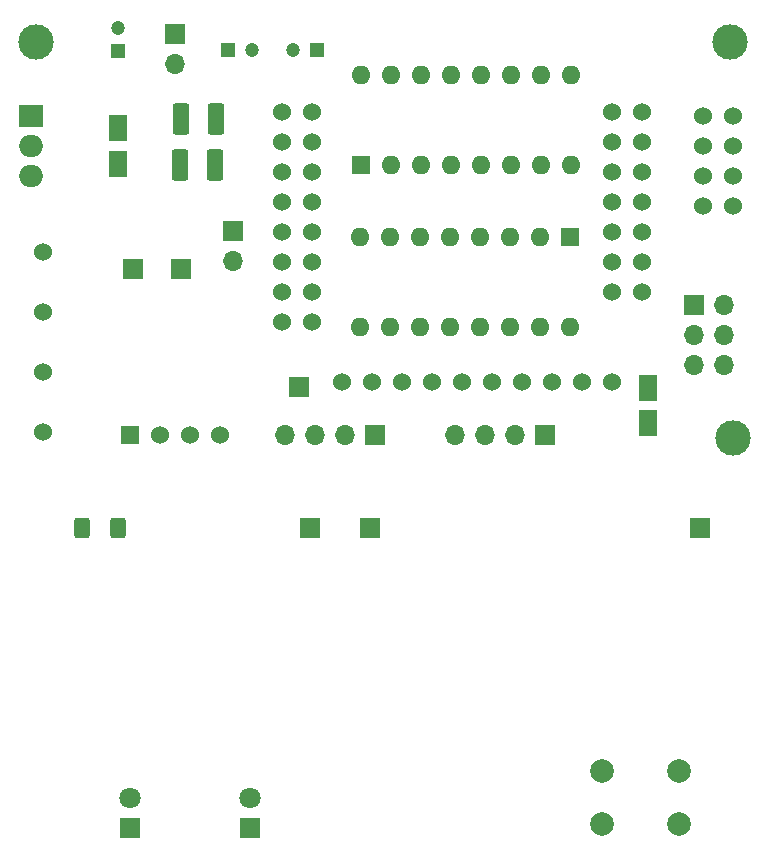
<source format=gbr>
%TF.GenerationSoftware,KiCad,Pcbnew,8.0.1*%
%TF.CreationDate,2024-04-01T21:08:38-04:00*%
%TF.ProjectId,esp32-node-board-40x65,65737033-322d-46e6-9f64-652d626f6172,rev?*%
%TF.SameCoordinates,Original*%
%TF.FileFunction,Soldermask,Top*%
%TF.FilePolarity,Negative*%
%FSLAX46Y46*%
G04 Gerber Fmt 4.6, Leading zero omitted, Abs format (unit mm)*
G04 Created by KiCad (PCBNEW 8.0.1) date 2024-04-01 21:08:38*
%MOMM*%
%LPD*%
G01*
G04 APERTURE LIST*
G04 Aperture macros list*
%AMRoundRect*
0 Rectangle with rounded corners*
0 $1 Rounding radius*
0 $2 $3 $4 $5 $6 $7 $8 $9 X,Y pos of 4 corners*
0 Add a 4 corners polygon primitive as box body*
4,1,4,$2,$3,$4,$5,$6,$7,$8,$9,$2,$3,0*
0 Add four circle primitives for the rounded corners*
1,1,$1+$1,$2,$3*
1,1,$1+$1,$4,$5*
1,1,$1+$1,$6,$7*
1,1,$1+$1,$8,$9*
0 Add four rect primitives between the rounded corners*
20,1,$1+$1,$2,$3,$4,$5,0*
20,1,$1+$1,$4,$5,$6,$7,0*
20,1,$1+$1,$6,$7,$8,$9,0*
20,1,$1+$1,$8,$9,$2,$3,0*%
G04 Aperture macros list end*
%ADD10R,1.700000X1.700000*%
%ADD11R,1.800000X1.800000*%
%ADD12C,1.800000*%
%ADD13RoundRect,0.250000X-0.400000X-0.625000X0.400000X-0.625000X0.400000X0.625000X-0.400000X0.625000X0*%
%ADD14C,2.000000*%
%ADD15R,1.200000X1.200000*%
%ADD16C,1.200000*%
%ADD17RoundRect,0.250001X-0.462499X-1.074999X0.462499X-1.074999X0.462499X1.074999X-0.462499X1.074999X0*%
%ADD18R,1.600000X2.200000*%
%ADD19C,1.524000*%
%ADD20C,3.000000*%
%ADD21R,1.600000X1.600000*%
%ADD22O,1.600000X1.600000*%
%ADD23O,1.700000X1.700000*%
%ADD24R,1.524000X1.524000*%
%ADD25R,2.000000X1.905000*%
%ADD26O,2.000000X1.905000*%
G04 APERTURE END LIST*
D10*
%TO.C,J19*%
X111540000Y-84650000D03*
%TD*%
%TO.C,J18*%
X95500000Y-62750000D03*
%TD*%
D11*
%TO.C,D6*%
X101380000Y-110050000D03*
D12*
X101380000Y-107510000D03*
%TD*%
D10*
%TO.C,J17*%
X139480000Y-84650000D03*
%TD*%
%TO.C,J16*%
X105500000Y-72750000D03*
%TD*%
D13*
%TO.C,R7*%
X87130000Y-84650000D03*
X90230000Y-84650000D03*
%TD*%
D10*
%TO.C,J15*%
X106460000Y-84650000D03*
%TD*%
D11*
%TO.C,D5*%
X91220000Y-110050000D03*
D12*
X91220000Y-107510000D03*
%TD*%
D10*
%TO.C,J7*%
X91500000Y-62750000D03*
%TD*%
D14*
%TO.C,SW1*%
X131150000Y-105260000D03*
X137650000Y-105260000D03*
X131150000Y-109760000D03*
X137650000Y-109760000D03*
%TD*%
D15*
%TO.C,C2*%
X107000000Y-44200000D03*
D16*
X105000000Y-44200000D03*
%TD*%
D17*
%TO.C,D2*%
X95465000Y-53900000D03*
X98440000Y-53900000D03*
%TD*%
D18*
%TO.C,C4*%
X90200000Y-50800000D03*
X90200000Y-53800000D03*
%TD*%
D19*
%TO.C,J1*%
X104060000Y-67200000D03*
X106600000Y-67200000D03*
X104060000Y-49420000D03*
X106600000Y-49420000D03*
X104060000Y-51960000D03*
X106600000Y-51960000D03*
X104060000Y-54500000D03*
X106600000Y-54500000D03*
X104060000Y-57040000D03*
X106600000Y-57040000D03*
X104060000Y-59580000D03*
X106600000Y-59580000D03*
X104060000Y-62120000D03*
X106600000Y-62120000D03*
X104060000Y-64660000D03*
X106600000Y-64660000D03*
X109140000Y-72280000D03*
X111680000Y-72280000D03*
X114220000Y-72280000D03*
X116760000Y-72280000D03*
X119300000Y-72280000D03*
X121840000Y-72280000D03*
X124380000Y-72280000D03*
X126920000Y-72280000D03*
X129460000Y-72280000D03*
X132000000Y-72280000D03*
X134540000Y-64660000D03*
X132000000Y-64660000D03*
X134540000Y-62120000D03*
X132000000Y-62120000D03*
X134540000Y-59580000D03*
X132000000Y-59580000D03*
X134540000Y-57040000D03*
X132000000Y-57040000D03*
X134540000Y-54500000D03*
X132000000Y-54500000D03*
X134540000Y-51960000D03*
X132000000Y-51960000D03*
X134540000Y-49420000D03*
X132000000Y-49420000D03*
%TD*%
D20*
%TO.C,H1*%
X142000000Y-43500000D03*
%TD*%
%TO.C,H2*%
X83250000Y-43530000D03*
%TD*%
D21*
%TO.C,U3*%
X128475000Y-60000000D03*
D22*
X125935000Y-60000000D03*
X123395000Y-60000000D03*
X120855000Y-60000000D03*
X118315000Y-60000000D03*
X115775000Y-60000000D03*
X113235000Y-60000000D03*
X110695000Y-60000000D03*
X110695000Y-67620000D03*
X113235000Y-67620000D03*
X115775000Y-67620000D03*
X118315000Y-67620000D03*
X120855000Y-67620000D03*
X123395000Y-67620000D03*
X125935000Y-67620000D03*
X128475000Y-67620000D03*
%TD*%
D19*
%TO.C,J9*%
X83820000Y-61310000D03*
X83820000Y-66390000D03*
%TD*%
D21*
%TO.C,U5*%
X110725000Y-53900000D03*
D22*
X113265000Y-53900000D03*
X115805000Y-53900000D03*
X118345000Y-53900000D03*
X120885000Y-53900000D03*
X123425000Y-53900000D03*
X125965000Y-53900000D03*
X128505000Y-53900000D03*
X128505000Y-46280000D03*
X125965000Y-46280000D03*
X123425000Y-46280000D03*
X120885000Y-46280000D03*
X118345000Y-46280000D03*
X115805000Y-46280000D03*
X113265000Y-46280000D03*
X110725000Y-46280000D03*
%TD*%
D10*
%TO.C,J2*%
X95025000Y-42850000D03*
D23*
X95025000Y-45390000D03*
%TD*%
D10*
%TO.C,J6*%
X111940000Y-76800000D03*
D23*
X109400000Y-76800000D03*
X106860000Y-76800000D03*
X104320000Y-76800000D03*
%TD*%
D10*
%TO.C,J10*%
X126380000Y-76800000D03*
D23*
X123840000Y-76800000D03*
X121300000Y-76800000D03*
X118760000Y-76800000D03*
%TD*%
D18*
%TO.C,C5*%
X135100000Y-72800000D03*
X135100000Y-75800000D03*
%TD*%
D15*
%TO.C,C3*%
X99500000Y-44200000D03*
D16*
X101500000Y-44200000D03*
%TD*%
D10*
%TO.C,J5*%
X99925000Y-59550000D03*
D23*
X99925000Y-62090000D03*
%TD*%
D10*
%TO.C,J14*%
X138960000Y-65760000D03*
D23*
X138960000Y-68300000D03*
X138960000Y-70840000D03*
X141500000Y-65760000D03*
X141500000Y-68300000D03*
X141500000Y-70840000D03*
%TD*%
D19*
%TO.C,J3*%
X139700000Y-52310000D03*
X139700000Y-49770000D03*
X139700000Y-57390000D03*
X139700000Y-54850000D03*
%TD*%
D15*
%TO.C,C1*%
X90200000Y-44300000D03*
D16*
X90200000Y-42300000D03*
%TD*%
D24*
%TO.C,U7*%
X91220000Y-76800000D03*
D19*
X93760000Y-76800000D03*
X96300000Y-76800000D03*
X98840000Y-76800000D03*
%TD*%
D25*
%TO.C,U4*%
X82855000Y-49770000D03*
D26*
X82855000Y-52310000D03*
X82855000Y-54850000D03*
%TD*%
D19*
%TO.C,J4*%
X142240000Y-49770000D03*
X142240000Y-57390000D03*
X142240000Y-54850000D03*
X142240000Y-52310000D03*
%TD*%
D17*
%TO.C,D1*%
X95512500Y-50000000D03*
X98487500Y-50000000D03*
%TD*%
D20*
%TO.C,H4*%
X142250000Y-77000000D03*
%TD*%
D19*
%TO.C,J8*%
X83820000Y-71470000D03*
X83820000Y-76550000D03*
%TD*%
M02*

</source>
